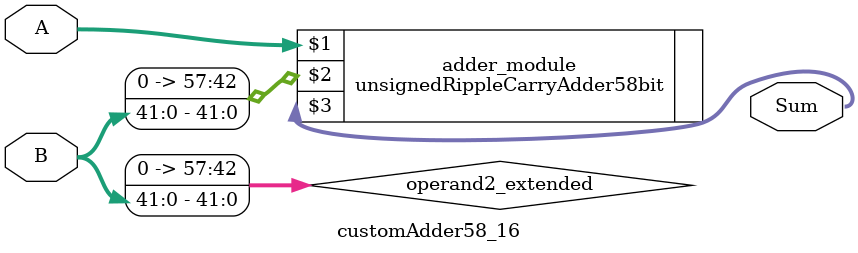
<source format=v>
module customAdder58_16(
                        input [57 : 0] A,
                        input [41 : 0] B,
                        
                        output [58 : 0] Sum
                );

        wire [57 : 0] operand2_extended;
        
        assign operand2_extended =  {16'b0, B};
        
        unsignedRippleCarryAdder58bit adder_module(
            A,
            operand2_extended,
            Sum
        );
        
        endmodule
        
</source>
